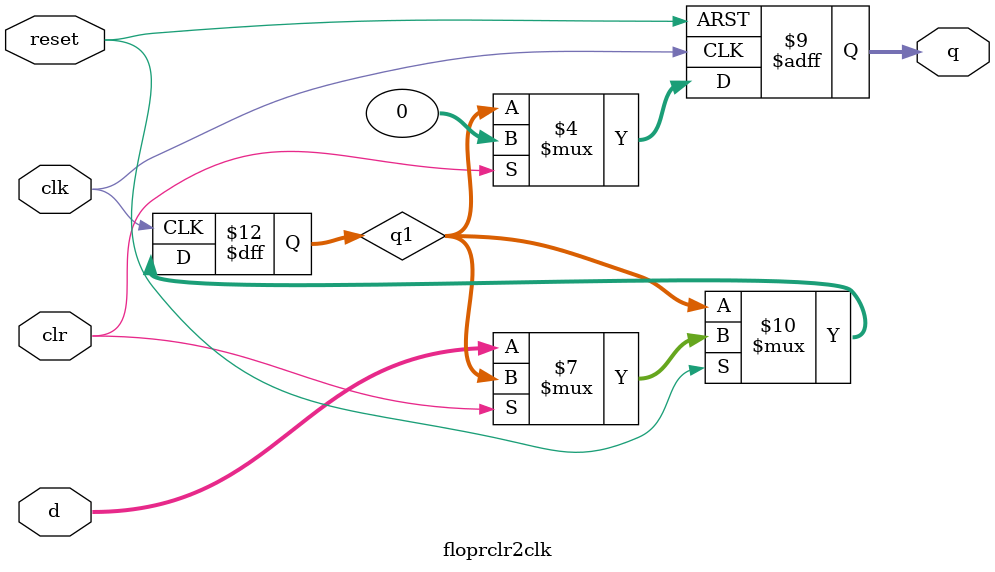
<source format=sv>
module floprclr2clk #(
	parameter WIDTH=32,
	parameter RESET_VALUE=0
)
(
	clk,
	reset,
    clr,
	d,
	q
);

	input clk, reset, clr;
	input [WIDTH-1:0] d;
	output reg [WIDTH-1:0] q;	
      reg [WIDTH-1:0] q1;

	always@(posedge clk or  negedge reset) begin 
		if(!reset) begin
			q <= RESET_VALUE;
		end
		else if(clr) begin
			q <= RESET_VALUE;
		end		
        else begin
            q1<=d;
            q<=q1;
        end
	end

endmodule

</source>
